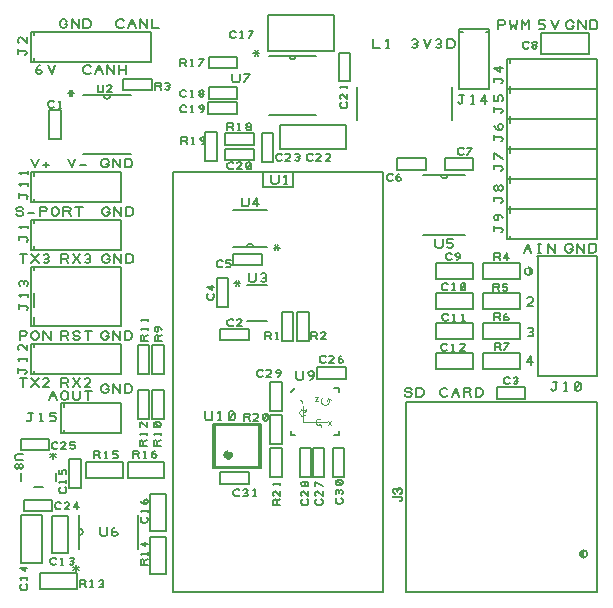
<source format=gto>
%FSLAX25Y25*%
%MOIN*%
G04 EasyPC Gerber Version 17.0 Build 3379 *
%ADD28C,0.00100*%
%ADD72C,0.00128*%
%ADD29C,0.00300*%
%ADD26C,0.00500*%
%ADD24C,0.00591*%
%ADD27C,0.00600*%
%ADD25C,0.00800*%
%ADD73C,0.02400*%
X0Y0D02*
D02*
D24*
X4597Y47888D02*
X2826D01*
X2432Y47691*
X2235Y47297*
Y46510*
X2432Y46116*
X2826Y45919*
X4597*
X3416Y44148D02*
Y43754D01*
X3613Y43360*
X4007Y43163*
X4400Y43360*
X4597Y43754*
Y44148*
X4400Y44541*
X4007Y44738*
X3613Y44541*
X3416Y44148*
X3219Y44541*
X2826Y44738*
X2432Y44541*
X2235Y44148*
Y43754*
X2432Y43360*
X2826Y43163*
X3219Y43360*
X3416Y43754*
X2432Y128104D02*
X2678Y127612D01*
X3170Y127366*
X4154*
X4646Y127612*
X4893Y128104*
X4646Y128596*
X4154Y128843*
X3170*
X2678Y129089*
X2432Y129581*
X2678Y130073*
X3170Y130319*
X4154*
X4646Y130073*
X4893Y129581*
X6369Y128350D02*
X8337D01*
X10306Y127366D02*
Y130319D01*
X12028*
X12520Y130073*
X12767Y129581*
X12520Y129089*
X12028Y128843*
X10306*
X14243Y128350D02*
Y129335D01*
X14489Y129827*
X14735Y130073*
X15227Y130319*
X15719*
X16211Y130073*
X16457Y129827*
X16704Y129335*
Y128350*
X16457Y127858*
X16211Y127612*
X15719Y127366*
X15227*
X14735Y127612*
X14489Y127858*
X14243Y128350*
X18180Y127366D02*
Y130319D01*
X19902*
X20394Y130073*
X20641Y129581*
X20394Y129089*
X19902Y128843*
X18180*
X19902D02*
X20641Y127366D01*
X23347D02*
Y130319D01*
X22117D02*
X24578D01*
X4843Y70280D02*
Y73232D01*
X3613D02*
X6074D01*
X7550Y70280D02*
X10011Y73232D01*
X7550D02*
X10011Y70280D01*
X13456D02*
X11487D01*
X13209Y72002*
X13456Y72494*
X13209Y72986*
X12717Y73232*
X11979*
X11487Y72986*
X3613Y86028D02*
Y88980D01*
X5335*
X5828Y88734*
X6074Y88242*
X5828Y87750*
X5335Y87504*
X3613*
X7550Y87012D02*
Y87996D01*
X7796Y88488*
X8042Y88734*
X8534Y88980*
X9026*
X9519Y88734*
X9765Y88488*
X10011Y87996*
Y87012*
X9765Y86520*
X9519Y86274*
X9026Y86028*
X8534*
X8042Y86274*
X7796Y86520*
X7550Y87012*
X11487Y86028D02*
Y88980D01*
X13948Y86028*
Y88980*
X4843Y111618D02*
Y114571D01*
X3613D02*
X6074D01*
X7550Y111618D02*
X10011Y114571D01*
X7550D02*
X10011Y111618D01*
X11733Y111864D02*
X12225Y111618D01*
X12717*
X13209Y111864*
X13456Y112356*
X13209Y112848*
X12717Y113094*
X12225*
X12717D02*
X13209Y113341D01*
X13456Y113833*
X13209Y114325*
X12717Y114571*
X12225*
X11733Y114325*
X5975Y59354D02*
X6221Y59108D01*
X6713Y58862*
X7206Y59108*
X7452Y59354*
Y61815*
X7944*
X7452D02*
X6467D01*
X10404Y58862D02*
X11389D01*
X10896D02*
Y61815D01*
X10404Y61323*
X13849Y59108D02*
X14341Y58862D01*
X15080*
X15572Y59108*
X15818Y59600*
Y59846*
X15572Y60339*
X15080Y60585*
X13849*
Y61815*
X15818*
X5778Y4581D02*
X5975Y4384D01*
X6172Y3990*
Y3400*
X5975Y3006*
X5778Y2809*
X5385Y2612*
X4597*
X4204Y2809*
X4007Y3006*
X3810Y3400*
Y3990*
X4007Y4384*
X4204Y4581*
X6172Y6156D02*
Y6943D01*
Y6549D02*
X3810D01*
X4204Y6156*
X6172Y9896D02*
X3810D01*
X5385Y8911*
Y10486*
X5532Y74659D02*
X5778Y74906D01*
X6024Y75398*
X5778Y75890*
X5532Y76136*
X3072*
Y76628*
Y76136D02*
Y75152D01*
X6024Y79089D02*
Y80073D01*
Y79581D02*
X3072D01*
X3564Y79089*
X6024Y84502D02*
Y82533D01*
X4302Y84256*
X3810Y84502*
X3318Y84256*
X3072Y83764*
Y83026*
X3318Y82533*
X5532Y180959D02*
X5778Y181205D01*
X6024Y181697*
X5778Y182189*
X5532Y182435*
X3072*
Y182927*
Y182435D02*
Y181451D01*
X6024Y186864D02*
Y184896D01*
X4302Y186618*
X3810Y186864*
X3318Y186618*
X3072Y186126*
Y185388*
X3318Y184896*
X5926Y95919D02*
X6172Y96165D01*
X6418Y96657*
X6172Y97150*
X5926Y97396*
X3465*
Y97888*
Y97396D02*
Y96411D01*
X6418Y100348D02*
Y101333D01*
Y100841D02*
X3465D01*
X3957Y100348*
X6172Y104039D02*
X6418Y104531D01*
Y105024*
X6172Y105516*
X5680Y105762*
X5188Y105516*
X4942Y105024*
Y104531*
Y105024D02*
X4696Y105516D01*
X4204Y105762*
X3711Y105516*
X3465Y105024*
Y104531*
X3711Y104039*
X5926Y118754D02*
X6172Y119000D01*
X6418Y119492*
X6172Y119984*
X5926Y120230*
X3465*
Y120722*
Y120230D02*
Y119246D01*
X6418Y123183D02*
Y124167D01*
Y123675D02*
X3465D01*
X3957Y123183*
X5926Y132927D02*
X6172Y133173D01*
X6418Y133665*
X6172Y134157*
X5926Y134404*
X3465*
Y134896*
Y134404D02*
Y133419D01*
X6418Y137356D02*
Y138341D01*
Y137848D02*
X3465D01*
X3957Y137356*
X6418Y141293D02*
Y142278D01*
Y141785D02*
X3465D01*
X3957Y141293*
X7550Y146461D02*
X8780Y143508D01*
X10011Y146461*
X11487Y144492D02*
X13456D01*
X12471Y143508D02*
Y145476D01*
X9125Y175348D02*
X9371Y175841D01*
X9863Y176087*
X10355*
X10847Y175841*
X11093Y175348*
X10847Y174856*
X10355Y174610*
X9863*
X9371Y174856*
X9125Y175348*
Y176087*
X9371Y176825*
X9863Y177317*
X10355Y177563*
X13062D02*
X14292Y174610D01*
X15522Y177563*
X15030Y163833D02*
X14833Y163636D01*
X14440Y163439*
X13849*
X13456Y163636*
X13259Y163833*
X13062Y164226*
Y165014*
X13259Y165407*
X13456Y165604*
X13849Y165801*
X14440*
X14833Y165604*
X15030Y165407*
X16605Y163439D02*
X17393D01*
X16999D02*
Y165801D01*
X16605Y165407*
X14861Y48435D02*
Y46467D01*
X13876Y47943D02*
X15845Y46959D01*
Y47943D02*
X13876Y46959D01*
X13456Y65949D02*
X14686Y68902D01*
X15916Y65949*
X13948Y67179D02*
X15424D01*
X17393Y66933D02*
Y67917D01*
X17639Y68409*
X17885Y68656*
X18377Y68902*
X18869*
X19361Y68656*
X19607Y68409*
X19853Y67917*
Y66933*
X19607Y66441*
X19361Y66195*
X18869Y65949*
X18377*
X17885Y66195*
X17639Y66441*
X17393Y66933*
X21330Y68902D02*
Y66687D01*
X21576Y66195*
X22068Y65949*
X23052*
X23544Y66195*
X23790Y66687*
Y68902*
X26497Y65949D02*
Y68902D01*
X25267D02*
X27727D01*
X15818Y11470D02*
X15621Y11274D01*
X15227Y11077*
X14637*
X14243Y11274*
X14046Y11470*
X13849Y11864*
Y12652*
X14046Y13045*
X14243Y13242*
X14637Y13439*
X15227*
X15621Y13242*
X15818Y13045*
X17393Y11077D02*
X18180D01*
X17786D02*
Y13439D01*
X17393Y13045*
X20345Y11274D02*
X20739Y11077D01*
X21133*
X21526Y11274*
X21723Y11667*
X21526Y12061*
X21133Y12258*
X20739*
X21133D02*
X21526Y12455D01*
X21723Y12848*
X21526Y13242*
X21133Y13439*
X20739*
X20345Y13242*
X16211Y50053D02*
X16015Y49856D01*
X15621Y49659*
X15030*
X14637Y49856*
X14440Y50053*
X14243Y50447*
Y51234*
X14440Y51628*
X14637Y51825*
X15030Y52022*
X15621*
X16015Y51825*
X16211Y51628*
X18967Y49659D02*
X17393D01*
X18770Y51037*
X18967Y51431*
X18770Y51825*
X18377Y52022*
X17786*
X17393Y51825*
X20542Y49856D02*
X20936Y49659D01*
X21526*
X21920Y49856*
X22117Y50250*
Y50447*
X21920Y50841*
X21526Y51037*
X20542*
Y52022*
X22117*
X17393Y29974D02*
X17196Y29778D01*
X16802Y29581*
X16211*
X15818Y29778*
X15621Y29974*
X15424Y30368*
Y31156*
X15621Y31549*
X15818Y31746*
X16211Y31943*
X16802*
X17196Y31746*
X17393Y31549*
X20148Y29581D02*
X18574D01*
X19952Y30959*
X20148Y31352*
X19952Y31746*
X19558Y31943*
X18967*
X18574Y31746*
X22707Y29581D02*
Y31943D01*
X21723Y30368*
X23298*
X18721Y191195D02*
X19459D01*
Y190949*
X19213Y190457*
X18967Y190211*
X18475Y189965*
X17983*
X17491Y190211*
X17245Y190457*
X16999Y190949*
Y191933*
X17245Y192425*
X17491Y192671*
X17983Y192917*
X18475*
X18967Y192671*
X19213Y192425*
X19459Y191933*
X20936Y189965D02*
Y192917D01*
X23396Y189965*
Y192917*
X24873Y189965D02*
Y192917D01*
X26349*
X26841Y192671*
X27087Y192425*
X27333Y191933*
Y190949*
X27087Y190457*
X26841Y190211*
X26349Y189965*
X24873*
X17393Y70280D02*
Y73232D01*
X19115*
X19607Y72986*
X19853Y72494*
X19607Y72002*
X19115Y71756*
X17393*
X19115D02*
X19853Y70280D01*
X21330D02*
X23790Y73232D01*
X21330D02*
X23790Y70280D01*
X27235D02*
X25267D01*
X26989Y72002*
X27235Y72494*
X26989Y72986*
X26497Y73232*
X25759*
X25267Y72986*
X17393Y86028D02*
Y88980D01*
X19115*
X19607Y88734*
X19853Y88242*
X19607Y87750*
X19115Y87504*
X17393*
X19115D02*
X19853Y86028D01*
X21330Y86766D02*
X21576Y86274D01*
X22068Y86028*
X23052*
X23544Y86274*
X23790Y86766*
X23544Y87258*
X23052Y87504*
X22068*
X21576Y87750*
X21330Y88242*
X21576Y88734*
X22068Y88980*
X23052*
X23544Y88734*
X23790Y88242*
X26497Y86028D02*
Y88980D01*
X25267D02*
X27727D01*
X17393Y111618D02*
Y114571D01*
X19115*
X19607Y114325*
X19853Y113833*
X19607Y113341*
X19115Y113094*
X17393*
X19115D02*
X19853Y111618D01*
X21330D02*
X23790Y114571D01*
X21330D02*
X23790Y111618D01*
X25513Y111864D02*
X26005Y111618D01*
X26497*
X26989Y111864*
X27235Y112356*
X26989Y112848*
X26497Y113094*
X26005*
X26497D02*
X26989Y113341D01*
X27235Y113833*
X26989Y114325*
X26497Y114571*
X26005*
X25513Y114325*
X19747Y168453D02*
X21715D01*
X20239Y167469D02*
X21223Y169437D01*
X20239D02*
X21223Y167469D01*
X18770Y36864D02*
X18967Y36667D01*
X19164Y36274*
Y35683*
X18967Y35289*
X18770Y35093*
X18377Y34896*
X17589*
X17196Y35093*
X16999Y35289*
X16802Y35683*
Y36274*
X16999Y36667*
X17196Y36864*
X19164Y38439D02*
Y39226D01*
Y38833D02*
X16802D01*
X17196Y38439*
X18967Y41195D02*
X19164Y41589D01*
Y42179*
X18967Y42573*
X18574Y42770*
X18377*
X17983Y42573*
X17786Y42179*
Y41195*
X16802*
Y42770*
X19755Y146461D02*
X20985Y143508D01*
X22215Y146461*
X23692Y144492D02*
X25660D01*
X23692Y3596D02*
Y5959D01*
X25070*
X25463Y5762*
X25660Y5368*
X25463Y4974*
X25070Y4778*
X23692*
X25070D02*
X25660Y3596D01*
X27235D02*
X28022D01*
X27629D02*
Y5959D01*
X27235Y5565*
X30188Y3793D02*
X30581Y3596D01*
X30975*
X31369Y3793*
X31566Y4187*
X31369Y4581*
X30975Y4778*
X30581*
X30975D02*
X31369Y4974D01*
X31566Y5368*
X31369Y5762*
X30975Y5959*
X30581*
X30188Y5762*
X22515Y8900D02*
Y10869D01*
X23499Y9393D02*
X21531Y10377D01*
Y9393D02*
X23499Y10377D01*
X27333Y175102D02*
X27087Y174856D01*
X26595Y174610*
X25857*
X25365Y174856*
X25119Y175102*
X24873Y175594*
Y176579*
X25119Y177071*
X25365Y177317*
X25857Y177563*
X26595*
X27087Y177317*
X27333Y177071*
X28810Y174610D02*
X30040Y177563D01*
X31270Y174610*
X29302Y175841D02*
X30778D01*
X32747Y174610D02*
Y177563D01*
X35207Y174610*
Y177563*
X36684Y174610D02*
Y177563D01*
Y176087D02*
X39144D01*
Y174610D02*
Y177563D01*
X28416Y46510D02*
Y48872D01*
X29794*
X30188Y48675*
X30385Y48281*
X30188Y47888*
X29794Y47691*
X28416*
X29794D02*
X30385Y46510D01*
X31959D02*
X32747D01*
X32353D02*
Y48872D01*
X31959Y48478*
X34715Y46707D02*
X35109Y46510D01*
X35700*
X36093Y46707*
X36290Y47100*
Y47297*
X36093Y47691*
X35700Y47888*
X34715*
Y48872*
X36290*
X29597Y170919D02*
Y169148D01*
X29794Y168754*
X30188Y168557*
X30975*
X31369Y168754*
X31566Y169148*
Y170919*
X34322Y168557D02*
X32747D01*
X34125Y169935*
X34322Y170329*
X34125Y170722*
X33731Y170919*
X33141*
X32747Y170722*
X30385Y23626D02*
Y21411D01*
X30631Y20919*
X31123Y20673*
X32107*
X32599Y20919*
X32845Y21411*
Y23626*
X34322Y21411D02*
X34568Y21904D01*
X35060Y22150*
X35552*
X36044Y21904*
X36290Y21411*
X36044Y20919*
X35552Y20673*
X35060*
X34568Y20919*
X34322Y21411*
Y22150*
X34568Y22888*
X35060Y23380*
X35552Y23626*
X32501Y69541D02*
X33239D01*
Y69295*
X32993Y68803*
X32747Y68557*
X32255Y68311*
X31763*
X31270Y68557*
X31024Y68803*
X30778Y69295*
Y70280*
X31024Y70772*
X31270Y71018*
X31763Y71264*
X32255*
X32747Y71018*
X32993Y70772*
X33239Y70280*
X34715Y68311D02*
Y71264D01*
X37176Y68311*
Y71264*
X38652Y68311D02*
Y71264D01*
X40129*
X40621Y71018*
X40867Y70772*
X41113Y70280*
Y69295*
X40867Y68803*
X40621Y68557*
X40129Y68311*
X38652*
X32501Y87258D02*
X33239D01*
Y87012*
X32993Y86520*
X32747Y86274*
X32255Y86028*
X31763*
X31270Y86274*
X31024Y86520*
X30778Y87012*
Y87996*
X31024Y88488*
X31270Y88734*
X31763Y88980*
X32255*
X32747Y88734*
X32993Y88488*
X33239Y87996*
X34715Y86028D02*
Y88980D01*
X37176Y86028*
Y88980*
X38652Y86028D02*
Y88980D01*
X40129*
X40621Y88734*
X40867Y88488*
X41113Y87996*
Y87012*
X40867Y86520*
X40621Y86274*
X40129Y86028*
X38652*
X32501Y144738D02*
X33239D01*
Y144492*
X32993Y144000*
X32747Y143754*
X32255Y143508*
X31763*
X31270Y143754*
X31024Y144000*
X30778Y144492*
Y145476*
X31024Y145969*
X31270Y146215*
X31763Y146461*
X32255*
X32747Y146215*
X32993Y145969*
X33239Y145476*
X34715Y143508D02*
Y146461D01*
X37176Y143508*
Y146461*
X38652Y143508D02*
Y146461D01*
X40129*
X40621Y146215*
X40867Y145969*
X41113Y145476*
Y144492*
X40867Y144000*
X40621Y143754*
X40129Y143508*
X38652*
X32894Y112848D02*
X33633D01*
Y112602*
X33387Y112110*
X33141Y111864*
X32648Y111618*
X32156*
X31664Y111864*
X31418Y112110*
X31172Y112602*
Y113587*
X31418Y114079*
X31664Y114325*
X32156Y114571*
X32648*
X33141Y114325*
X33387Y114079*
X33633Y113587*
X35109Y111618D02*
Y114571D01*
X37570Y111618*
Y114571*
X39046Y111618D02*
Y114571D01*
X40522*
X41015Y114325*
X41261Y114079*
X41507Y113587*
Y112602*
X41261Y112110*
X41015Y111864*
X40522Y111618*
X39046*
X32894Y128596D02*
X33633D01*
Y128350*
X33387Y127858*
X33141Y127612*
X32648Y127366*
X32156*
X31664Y127612*
X31418Y127858*
X31172Y128350*
Y129335*
X31418Y129827*
X31664Y130073*
X32156Y130319*
X32648*
X33141Y130073*
X33387Y129827*
X33633Y129335*
X35109Y127366D02*
Y130319D01*
X37570Y127366*
Y130319*
X39046Y127366D02*
Y130319D01*
X40522*
X41015Y130073*
X41261Y129827*
X41507Y129335*
Y128350*
X41261Y127858*
X41015Y127612*
X40522Y127366*
X39046*
X38357Y190457D02*
X38111Y190211D01*
X37619Y189965*
X36881*
X36389Y190211*
X36143Y190457*
X35896Y190949*
Y191933*
X36143Y192425*
X36389Y192671*
X36881Y192917*
X37619*
X38111Y192671*
X38357Y192425*
X39833Y189965D02*
X41064Y192917D01*
X42294Y189965*
X40326Y191195D02*
X41802D01*
X43770Y189965D02*
Y192917D01*
X46231Y189965*
Y192917*
X47707D02*
Y189965D01*
X50168*
X41408Y46707D02*
Y49069D01*
X42786*
X43180Y48872*
X43377Y48478*
X43180Y48085*
X42786Y47888*
X41408*
X42786D02*
X43377Y46707D01*
X44952D02*
X45739D01*
X45345D02*
Y49069D01*
X44952Y48675*
X47707Y47297D02*
X47904Y47691D01*
X48298Y47888*
X48692*
X49085Y47691*
X49282Y47297*
X49085Y46904*
X48692Y46707*
X48298*
X47904Y46904*
X47707Y47297*
Y47888*
X47904Y48478*
X48298Y48872*
X48692Y49069*
X45936Y50644D02*
X43574D01*
Y52022*
X43770Y52415*
X44164Y52612*
X44558Y52415*
X44755Y52022*
Y50644*
Y52022D02*
X45936Y52612D01*
Y54187D02*
Y54974D01*
Y54581D02*
X43574D01*
X43967Y54187*
X45936Y58518D02*
Y56943D01*
X44558Y58321*
X44164Y58518*
X43770Y58321*
X43574Y57927*
Y57337*
X43770Y56943*
X46330Y10880D02*
X43967D01*
Y12258*
X44164Y12652*
X44558Y12848*
X44952Y12652*
X45148Y12258*
Y10880*
Y12258D02*
X46330Y12848D01*
Y14423D02*
Y15211D01*
Y14817D02*
X43967D01*
X44361Y14423*
X46330Y18163D02*
X43967D01*
X45542Y17179*
Y18754*
X45936Y27022D02*
X46133Y26825D01*
X46330Y26431*
Y25841*
X46133Y25447*
X45936Y25250*
X45542Y25053*
X44755*
X44361Y25250*
X44164Y25447*
X43967Y25841*
Y26431*
X44164Y26825*
X44361Y27022*
X46330Y28596D02*
Y29384D01*
Y28990D02*
X43967D01*
X44361Y28596*
X45739Y31352D02*
X45345Y31549D01*
X45148Y31943*
Y32337*
X45345Y32730*
X45739Y32927*
X46133Y32730*
X46330Y32337*
Y31943*
X46133Y31549*
X45739Y31352*
X45148*
X44558Y31549*
X44164Y31943*
X43967Y32337*
X46330Y85683D02*
X43967D01*
Y87061*
X44164Y87455*
X44558Y87652*
X44952Y87455*
X45148Y87061*
Y85683*
Y87061D02*
X46330Y87652D01*
Y89226D02*
Y90014D01*
Y89620D02*
X43967D01*
X44361Y89226*
X46330Y92376D02*
Y93163D01*
Y92770D02*
X43967D01*
X44361Y92376*
X48889Y169344D02*
Y171707D01*
X50267*
X50660Y171510*
X50857Y171116*
X50660Y170722*
X50267Y170526*
X48889*
X50267D02*
X50857Y169344D01*
X52235Y169541D02*
X52629Y169344D01*
X53022*
X53416Y169541*
X53613Y169935*
X53416Y170329*
X53022Y170526*
X52629*
X53022D02*
X53416Y170722D01*
X53613Y171116*
X53416Y171510*
X53022Y171707*
X52629*
X52235Y171510*
X50660Y50644D02*
X48298D01*
Y52022*
X48495Y52415*
X48889Y52612*
X49282Y52415*
X49479Y52022*
Y50644*
Y52022D02*
X50660Y52612D01*
Y54187D02*
Y54974D01*
Y54581D02*
X48298D01*
X48692Y54187*
X50463Y57140D02*
X50660Y57533D01*
Y57927*
X50463Y58321*
X50070Y58518*
X48889*
X48495Y58321*
X48298Y57927*
Y57533*
X48495Y57140*
X48889Y56943*
X50070*
X50463Y57140*
X48495Y58321*
X51054Y85683D02*
X48692D01*
Y87061*
X48889Y87455*
X49282Y87652*
X49676Y87455*
X49873Y87061*
Y85683*
Y87061D02*
X51054Y87652D01*
Y89423D02*
X50857Y89817D01*
X50463Y90211*
X49873Y90407*
X49282*
X48889Y90211*
X48692Y89817*
Y89423*
X48889Y89030*
X49282Y88833*
X49676Y89030*
X49873Y89423*
Y89817*
X49676Y90211*
X49282Y90407*
X59125Y162258D02*
X58928Y162061D01*
X58534Y161864*
X57944*
X57550Y162061*
X57353Y162258*
X57156Y162652*
Y163439*
X57353Y163833*
X57550Y164030*
X57944Y164226*
X58534*
X58928Y164030*
X59125Y163833*
X60700Y161864D02*
X61487D01*
X61093D02*
Y164226D01*
X60700Y163833*
X64046Y161864D02*
X64440Y162061D01*
X64833Y162455*
X65030Y163045*
Y163636*
X64833Y164030*
X64440Y164226*
X64046*
X63652Y164030*
X63456Y163636*
X63652Y163242*
X64046Y163045*
X64440*
X64833Y163242*
X65030Y163636*
X59125Y167376D02*
X58928Y167179D01*
X58534Y166982*
X57944*
X57550Y167179*
X57353Y167376*
X57156Y167770*
Y168557*
X57353Y168951*
X57550Y169148*
X57944Y169344*
X58534*
X58928Y169148*
X59125Y168951*
X60700Y166982D02*
X61487D01*
X61093D02*
Y169344D01*
X60700Y168951*
X64046Y168163D02*
X64440D01*
X64833Y168360*
X65030Y168754*
X64833Y169148*
X64440Y169344*
X64046*
X63652Y169148*
X63456Y168754*
X63652Y168360*
X64046Y168163*
X63652Y167967*
X63456Y167573*
X63652Y167179*
X64046Y166982*
X64440*
X64833Y167179*
X65030Y167573*
X64833Y167967*
X64440Y168163*
X57156Y177219D02*
Y179581D01*
X58534*
X58928Y179384*
X59125Y178990*
X58928Y178596*
X58534Y178400*
X57156*
X58534D02*
X59125Y177219D01*
X60700D02*
X61487D01*
X61093D02*
Y179581D01*
X60700Y179187*
X63456Y177219D02*
X65030Y179581D01*
X63456*
X57550Y151234D02*
Y153596D01*
X58928*
X59322Y153400*
X59519Y153006*
X59322Y152612*
X58928Y152415*
X57550*
X58928D02*
X59519Y151234D01*
X61093D02*
X61881D01*
X61487D02*
Y153596D01*
X61093Y153203*
X64440Y151234D02*
X64833Y151431D01*
X65227Y151825*
X65424Y152415*
Y153006*
X65227Y153400*
X64833Y153596*
X64440*
X64046Y153400*
X63849Y153006*
X64046Y152612*
X64440Y152415*
X64833*
X65227Y152612*
X65424Y153006*
Y62209D02*
Y59994D01*
X65670Y59502*
X66162Y59256*
X67146*
X67639Y59502*
X67885Y59994*
Y62209*
X69853Y59256D02*
X70837D01*
X70345D02*
Y62209D01*
X69853Y61717*
X73544Y59502D02*
X74036Y59256D01*
X74528*
X75020Y59502*
X75267Y59994*
Y61470*
X75020Y61963*
X74528Y62209*
X74036*
X73544Y61963*
X73298Y61470*
Y59994*
X73544Y59502*
X75020Y61963*
X67983Y101431D02*
X68180Y101234D01*
X68377Y100841*
Y100250*
X68180Y99856*
X67983Y99659*
X67589Y99463*
X66802*
X66408Y99659*
X66211Y99856*
X66015Y100250*
Y100841*
X66211Y101234*
X66408Y101431*
X68377Y103596D02*
X66015D01*
X67589Y102612*
Y104187*
X71330Y110683D02*
X71133Y110486D01*
X70739Y110289*
X70148*
X69755Y110486*
X69558Y110683*
X69361Y111077*
Y111864*
X69558Y112258*
X69755Y112455*
X70148Y112652*
X70739*
X71133Y112455*
X71330Y112258*
X72511Y110486D02*
X72904Y110289D01*
X73495*
X73889Y110486*
X74085Y110880*
Y111077*
X73889Y111470*
X73495Y111667*
X72511*
Y112652*
X74085*
X74873Y90998D02*
X74676Y90801D01*
X74282Y90604*
X73692*
X73298Y90801*
X73101Y90998*
X72904Y91392*
Y92179*
X73101Y92573*
X73298Y92770*
X73692Y92967*
X74282*
X74676Y92770*
X74873Y92573*
X77629Y90604D02*
X76054D01*
X77432Y91982*
X77629Y92376*
X77432Y92770*
X77038Y92967*
X76448*
X76054Y92770*
X74873Y143360D02*
X74676Y143163D01*
X74282Y142967*
X73692*
X73298Y143163*
X73101Y143360*
X72904Y143754*
Y144541*
X73101Y144935*
X73298Y145132*
X73692Y145329*
X74282*
X74676Y145132*
X74873Y144935*
X77629Y142967D02*
X76054D01*
X77432Y144344*
X77629Y144738*
X77432Y145132*
X77038Y145329*
X76448*
X76054Y145132*
X79400Y143163D02*
X79794Y142967D01*
X80188*
X80581Y143163*
X80778Y143557*
Y144738*
X80581Y145132*
X80188Y145329*
X79794*
X79400Y145132*
X79204Y144738*
Y143557*
X79400Y143163*
X80581Y145132*
X72904Y155959D02*
Y158321D01*
X74282*
X74676Y158124*
X74873Y157730*
X74676Y157337*
X74282Y157140*
X72904*
X74282D02*
X74873Y155959D01*
X76448D02*
X77235D01*
X76841D02*
Y158321D01*
X76448Y157927*
X79794Y157140D02*
X80188D01*
X80581Y157337*
X80778Y157730*
X80581Y158124*
X80188Y158321*
X79794*
X79400Y158124*
X79204Y157730*
X79400Y157337*
X79794Y157140*
X79400Y156943*
X79204Y156549*
X79400Y156156*
X79794Y155959*
X80188*
X80581Y156156*
X80778Y156549*
X80581Y156943*
X80188Y157140*
X75660Y187061D02*
X75463Y186864D01*
X75070Y186667*
X74479*
X74085Y186864*
X73889Y187061*
X73692Y187455*
Y188242*
X73889Y188636*
X74085Y188833*
X74479Y189030*
X75070*
X75463Y188833*
X75660Y188636*
X77235Y186667D02*
X78022D01*
X77629D02*
Y189030D01*
X77235Y188636*
X79991Y186667D02*
X81566Y189030D01*
X79991*
X74479Y174807D02*
Y172593D01*
X74725Y172100*
X75217Y171854*
X76202*
X76694Y172100*
X76940Y172593*
Y174807*
X78416Y171854D02*
X80385Y174807D01*
X78416*
X76841Y34305D02*
X76644Y34108D01*
X76251Y33911*
X75660*
X75267Y34108*
X75070Y34305*
X74873Y34699*
Y35486*
X75070Y35880*
X75267Y36077*
X75660Y36274*
X76251*
X76644Y36077*
X76841Y35880*
X78219Y34108D02*
X78613Y33911D01*
X79007*
X79400Y34108*
X79597Y34502*
X79400Y34896*
X79007Y35093*
X78613*
X79007D02*
X79400Y35289D01*
X79597Y35683*
X79400Y36077*
X79007Y36274*
X78613*
X78219Y36077*
X81566Y33911D02*
X82353D01*
X81959D02*
Y36274D01*
X81566Y35880*
X75147Y104843D02*
X77115D01*
X75639Y103858D02*
X76623Y105827D01*
X75639D02*
X76623Y103858D01*
X77629Y133469D02*
Y131254D01*
X77875Y130762*
X78367Y130516*
X79351*
X79843Y130762*
X80089Y131254*
Y133469*
X82796Y130516D02*
Y133469D01*
X81566Y131500*
X83534*
X78416Y59108D02*
Y61470D01*
X79794*
X80188Y61274*
X80385Y60880*
X80188Y60486*
X79794Y60289*
X78416*
X79794D02*
X80385Y59108D01*
X83141D02*
X81566D01*
X82944Y60486*
X83141Y60880*
X82944Y61274*
X82550Y61470*
X81959*
X81566Y61274*
X84912Y59305D02*
X85306Y59108D01*
X85700*
X86093Y59305*
X86290Y59699*
Y60880*
X86093Y61274*
X85700Y61470*
X85306*
X84912Y61274*
X84715Y60880*
Y59699*
X84912Y59305*
X86093Y61274*
X79991Y108272D02*
Y106057D01*
X80237Y105565*
X80729Y105319*
X81713*
X82206Y105565*
X82452Y106057*
Y108272*
X84174Y105565D02*
X84666Y105319D01*
X85158*
X85650Y105565*
X85896Y106057*
X85650Y106549*
X85158Y106795*
X84666*
X85158D02*
X85650Y107041D01*
X85896Y107533*
X85650Y108026*
X85158Y108272*
X84666*
X84174Y108026*
X81565Y181602D02*
X83533D01*
X82057Y180618D02*
X83041Y182587D01*
X82057D02*
X83041Y180618D01*
X84715Y74069D02*
X84519Y73872D01*
X84125Y73675*
X83534*
X83141Y73872*
X82944Y74069*
X82747Y74463*
Y75250*
X82944Y75644*
X83141Y75841*
X83534Y76037*
X84125*
X84519Y75841*
X84715Y75644*
X87471Y73675D02*
X85896D01*
X87274Y75053*
X87471Y75447*
X87274Y75841*
X86881Y76037*
X86290*
X85896Y75841*
X89637Y73675D02*
X90030Y73872D01*
X90424Y74266*
X90621Y74856*
Y75447*
X90424Y75841*
X90030Y76037*
X89637*
X89243Y75841*
X89046Y75447*
X89243Y75053*
X89637Y74856*
X90030*
X90424Y75053*
X90621Y75447*
X85503Y86274D02*
Y88636D01*
X86881*
X87274Y88439*
X87471Y88045*
X87274Y87652*
X86881Y87455*
X85503*
X86881D02*
X87471Y86274D01*
X89046D02*
X89833D01*
X89440D02*
Y88636D01*
X89046Y88242*
X87471Y140949D02*
Y138734D01*
X87717Y138242*
X88209Y137996*
X89194*
X89686Y138242*
X89932Y138734*
Y140949*
X91900Y137996D02*
X92885D01*
X92393D02*
Y140949D01*
X91900Y140457*
X91015Y146116D02*
X90818Y145919D01*
X90424Y145722*
X89833*
X89440Y145919*
X89243Y146116*
X89046Y146510*
Y147297*
X89243Y147691*
X89440Y147888*
X89833Y148085*
X90424*
X90818Y147888*
X91015Y147691*
X93770Y145722D02*
X92196D01*
X93574Y147100*
X93770Y147494*
X93574Y147888*
X93180Y148085*
X92589*
X92196Y147888*
X95542Y145919D02*
X95936Y145722D01*
X96330*
X96723Y145919*
X96920Y146313*
X96723Y146707*
X96330Y146904*
X95936*
X96330D02*
X96723Y147100D01*
X96920Y147494*
X96723Y147888*
X96330Y148085*
X95936*
X95542Y147888*
X90360Y116824D02*
X88391D01*
X89868Y117808D02*
X88883Y115839D01*
X89868D02*
X88883Y117808D01*
X90424Y30959D02*
X88062D01*
Y32337*
X88259Y32730*
X88652Y32927*
X89046Y32730*
X89243Y32337*
Y30959*
Y32337D02*
X90424Y32927D01*
Y35683D02*
Y34108D01*
X89046Y35486*
X88652Y35683*
X88259Y35486*
X88062Y35093*
Y34502*
X88259Y34108*
X90424Y37652D02*
Y38439D01*
Y38045D02*
X88062D01*
X88456Y37652*
X95739Y75594D02*
Y73380D01*
X95985Y72888*
X96477Y72642*
X97461*
X97954Y72888*
X98200Y73380*
Y75594*
X100414Y72642D02*
X100906Y72888D01*
X101398Y73380*
X101644Y74118*
Y74856*
X101398Y75348*
X100906Y75594*
X100414*
X99922Y75348*
X99676Y74856*
X99922Y74364*
X100414Y74118*
X100906*
X101398Y74364*
X101644Y74856*
X101251Y146116D02*
X101054Y145919D01*
X100660Y145722*
X100070*
X99676Y145919*
X99479Y146116*
X99282Y146510*
Y147297*
X99479Y147691*
X99676Y147888*
X100070Y148085*
X100660*
X101054Y147888*
X101251Y147691*
X104007Y145722D02*
X102432D01*
X103810Y147100*
X104007Y147494*
X103810Y147888*
X103416Y148085*
X102826*
X102432Y147888*
X107156Y145722D02*
X105581D01*
X106959Y147100*
X107156Y147494*
X106959Y147888*
X106566Y148085*
X105975*
X105581Y147888*
X99479Y32927D02*
X99676Y32730D01*
X99873Y32337*
Y31746*
X99676Y31352*
X99479Y31156*
X99085Y30959*
X98298*
X97904Y31156*
X97707Y31352*
X97511Y31746*
Y32337*
X97707Y32730*
X97904Y32927*
X99873Y35683D02*
Y34108D01*
X98495Y35486*
X98101Y35683*
X97707Y35486*
X97511Y35093*
Y34502*
X97707Y34108*
X98692Y37848D02*
Y38242D01*
X98495Y38636*
X98101Y38833*
X97707Y38636*
X97511Y38242*
Y37848*
X97707Y37455*
X98101Y37258*
X98495Y37455*
X98692Y37848*
X98889Y37455*
X99282Y37258*
X99676Y37455*
X99873Y37848*
Y38242*
X99676Y38636*
X99282Y38833*
X98889Y38636*
X98692Y38242*
X100857Y86274D02*
Y88636D01*
X102235*
X102629Y88439*
X102826Y88045*
X102629Y87652*
X102235Y87455*
X100857*
X102235D02*
X102826Y86274D01*
X105581D02*
X104007D01*
X105385Y87652*
X105581Y88045*
X105385Y88439*
X104991Y88636*
X104400*
X104007Y88439*
X105581Y78793D02*
X105385Y78596D01*
X104991Y78400*
X104400*
X104007Y78596*
X103810Y78793*
X103613Y79187*
Y79974*
X103810Y80368*
X104007Y80565*
X104400Y80762*
X104991*
X105385Y80565*
X105581Y80368*
X108337Y78400D02*
X106763D01*
X108141Y79778*
X108337Y80171*
X108141Y80565*
X107747Y80762*
X107156*
X106763Y80565*
X109912Y78990D02*
X110109Y79384D01*
X110503Y79581*
X110896*
X111290Y79384*
X111487Y78990*
X111290Y78596*
X110896Y78400*
X110503*
X110109Y78596*
X109912Y78990*
Y79581*
X110109Y80171*
X110503Y80565*
X110896Y80762*
X104204Y32927D02*
X104400Y32730D01*
X104597Y32337*
Y31746*
X104400Y31352*
X104204Y31156*
X103810Y30959*
X103022*
X102629Y31156*
X102432Y31352*
X102235Y31746*
Y32337*
X102432Y32730*
X102629Y32927*
X104597Y35683D02*
Y34108D01*
X103219Y35486*
X102826Y35683*
X102432Y35486*
X102235Y35093*
Y34502*
X102432Y34108*
X104597Y37258D02*
X102235Y38833D01*
Y37258*
X110896Y33321D02*
X111093Y33124D01*
X111290Y32730*
Y32140*
X111093Y31746*
X110896Y31549*
X110503Y31352*
X109715*
X109322Y31549*
X109125Y31746*
X108928Y32140*
Y32730*
X109125Y33124*
X109322Y33321*
X111093Y34699D02*
X111290Y35093D01*
Y35486*
X111093Y35880*
X110700Y36077*
X110306Y35880*
X110109Y35486*
Y35093*
Y35486D02*
X109912Y35880D01*
X109519Y36077*
X109125Y35880*
X108928Y35486*
Y35093*
X109125Y34699*
X111093Y37848D02*
X111290Y38242D01*
Y38636*
X111093Y39030*
X110700Y39226*
X109519*
X109125Y39030*
X108928Y38636*
Y38242*
X109125Y37848*
X109519Y37652*
X110700*
X111093Y37848*
X109125Y39030*
X112471Y165211D02*
X112668Y165014D01*
X112865Y164620*
Y164030*
X112668Y163636*
X112471Y163439*
X112078Y163242*
X111290*
X110896Y163439*
X110700Y163636*
X110503Y164030*
Y164620*
X110700Y165014*
X110896Y165211*
X112865Y167967D02*
Y166392D01*
X111487Y167770*
X111093Y167967*
X110700Y167770*
X110503Y167376*
Y166785*
X110700Y166392*
X112865Y169935D02*
Y170722D01*
Y170329D02*
X110503D01*
X110896Y169935*
X121330Y186224D02*
Y183272D01*
X123790*
X125759D02*
X126743D01*
X126251D02*
Y186224D01*
X125759Y185732*
X128022Y139423D02*
X127826Y139226D01*
X127432Y139030*
X126841*
X126448Y139226*
X126251Y139423*
X126054Y139817*
Y140604*
X126251Y140998*
X126448Y141195*
X126841Y141392*
X127432*
X127826Y141195*
X128022Y140998*
X129204Y139620D02*
X129400Y140014D01*
X129794Y140211*
X130188*
X130581Y140014*
X130778Y139620*
X130581Y139226*
X130188Y139030*
X129794*
X129400Y139226*
X129204Y139620*
Y140211*
X129400Y140801*
X129794Y141195*
X130188Y141392*
X131959Y67868D02*
X132206Y67376D01*
X132698Y67130*
X133682*
X134174Y67376*
X134420Y67868*
X134174Y68360*
X133682Y68606*
X132698*
X132206Y68852*
X131959Y69344*
X132206Y69837*
X132698Y70083*
X133682*
X134174Y69837*
X134420Y69344*
X135896Y67130D02*
Y70083D01*
X137373*
X137865Y69837*
X138111Y69591*
X138357Y69098*
Y68114*
X138111Y67622*
X137865Y67376*
X137373Y67130*
X135896*
X146231Y67622D02*
X145985Y67376D01*
X145493Y67130*
X144755*
X144263Y67376*
X144017Y67622*
X143770Y68114*
Y69098*
X144017Y69591*
X144263Y69837*
X144755Y70083*
X145493*
X145985Y69837*
X146231Y69591*
X147707Y67130D02*
X148938Y70083D01*
X150168Y67130*
X148200Y68360D02*
X149676D01*
X151644Y67130D02*
Y70083D01*
X153367*
X153859Y69837*
X154105Y69344*
X153859Y68852*
X153367Y68606*
X151644*
X153367D02*
X154105Y67130D01*
X155581D02*
Y70083D01*
X157058*
X157550Y69837*
X157796Y69591*
X158042Y69098*
Y68114*
X157796Y67622*
X157550Y67376*
X157058Y67130*
X155581*
X134568Y183518D02*
X135060Y183272D01*
X135552*
X136044Y183518*
X136290Y184010*
X136044Y184502*
X135552Y184748*
X135060*
X135552D02*
X136044Y184994D01*
X136290Y185486*
X136044Y185978*
X135552Y186224*
X135060*
X134568Y185978*
X138259Y186224D02*
X139489Y183272D01*
X140719Y186224*
X142442Y183518D02*
X142934Y183272D01*
X143426*
X143918Y183518*
X144164Y184010*
X143918Y184502*
X143426Y184748*
X142934*
X143426D02*
X143918Y184994D01*
X144164Y185486*
X143918Y185978*
X143426Y186224*
X142934*
X142442Y185978*
X146133Y183272D02*
Y186224D01*
X147609*
X148101Y185978*
X148347Y185732*
X148593Y185240*
Y184256*
X148347Y183764*
X148101Y183518*
X147609Y183272*
X146133*
X142196Y119689D02*
Y117474D01*
X142442Y116982*
X142934Y116736*
X143918*
X144410Y116982*
X144656Y117474*
Y119689*
X146133Y116982D02*
X146625Y116736D01*
X147363*
X147855Y116982*
X148101Y117474*
Y117720*
X147855Y118213*
X147363Y118459*
X146133*
Y119689*
X148101*
X146054Y82818D02*
X145857Y82621D01*
X145463Y82424*
X144873*
X144479Y82621*
X144282Y82818*
X144085Y83212*
Y83999*
X144282Y84393*
X144479Y84590*
X144873Y84787*
X145463*
X145857Y84590*
X146054Y84393*
X147629Y82424D02*
X148416D01*
X148022D02*
Y84787D01*
X147629Y84393*
X151959Y82424D02*
X150385D01*
X151763Y83802*
X151959Y84196*
X151763Y84590*
X151369Y84787*
X150778*
X150385Y84590*
X146330Y102967D02*
X146133Y102770D01*
X145739Y102573*
X145148*
X144755Y102770*
X144558Y102967*
X144361Y103360*
Y104148*
X144558Y104541*
X144755Y104738*
X145148Y104935*
X145739*
X146133Y104738*
X146330Y104541*
X147904Y102573D02*
X148692D01*
X148298D02*
Y104935D01*
X147904Y104541*
X150857Y102770D02*
X151251Y102573D01*
X151644*
X152038Y102770*
X152235Y103163*
Y104344*
X152038Y104738*
X151644Y104935*
X151251*
X150857Y104738*
X150660Y104344*
Y103163*
X150857Y102770*
X152038Y104738*
X146448Y92857D02*
X146251Y92661D01*
X145857Y92464*
X145267*
X144873Y92661*
X144676Y92857*
X144479Y93251*
Y94039*
X144676Y94432*
X144873Y94629*
X145267Y94826*
X145857*
X146251Y94629*
X146448Y94432*
X148022Y92464D02*
X148810D01*
X148416D02*
Y94826D01*
X148022Y94432*
X151172Y92464D02*
X151959D01*
X151566D02*
Y94826D01*
X151172Y94432*
X147707Y113045D02*
X147511Y112848D01*
X147117Y112652*
X146526*
X146133Y112848*
X145936Y113045*
X145739Y113439*
Y114226*
X145936Y114620*
X146133Y114817*
X146526Y115014*
X147117*
X147511Y114817*
X147707Y114620*
X149479Y112652D02*
X149873Y112848D01*
X150267Y113242*
X150463Y113833*
Y114423*
X150267Y114817*
X149873Y115014*
X149479*
X149085Y114817*
X148889Y114423*
X149085Y114030*
X149479Y113833*
X149873*
X150267Y114030*
X150463Y114423*
X151644Y148085D02*
X151448Y147888D01*
X151054Y147691*
X150463*
X150070Y147888*
X149873Y148085*
X149676Y148478*
Y149266*
X149873Y149659*
X150070Y149856*
X150463Y150053*
X151054*
X151448Y149856*
X151644Y149659*
X152826Y147691D02*
X154400Y150053D01*
X152826*
X149676Y165260D02*
X149922Y165014D01*
X150414Y164768*
X150906Y165014*
X151152Y165260*
Y167720*
X151644*
X151152D02*
X150168D01*
X154105Y164768D02*
X155089D01*
X154597D02*
Y167720D01*
X154105Y167228*
X158780Y164768D02*
Y167720D01*
X157550Y165752*
X159519*
X161487Y102415D02*
Y104778D01*
X162865*
X163259Y104581*
X163456Y104187*
X163259Y103793*
X162865Y103596*
X161487*
X162865D02*
X163456Y102415D01*
X164637Y102612D02*
X165030Y102415D01*
X165621*
X166015Y102612*
X166211Y103006*
Y103203*
X166015Y103596*
X165621Y103793*
X164637*
Y104778*
X166211*
X161881Y92573D02*
Y94935D01*
X163259*
X163652Y94738*
X163849Y94344*
X163652Y93951*
X163259Y93754*
X161881*
X163259D02*
X163849Y92573D01*
X165030Y93163D02*
X165227Y93557D01*
X165621Y93754*
X166015*
X166408Y93557*
X166605Y93163*
X166408Y92770*
X166015Y92573*
X165621*
X165227Y92770*
X165030Y93163*
Y93754*
X165227Y94344*
X165621Y94738*
X166015Y94935*
X161881Y112652D02*
Y115014D01*
X163259*
X163652Y114817*
X163849Y114423*
X163652Y114030*
X163259Y113833*
X161881*
X163259D02*
X163849Y112652D01*
X166015D02*
Y115014D01*
X165030Y113439*
X166605*
X161999Y82543D02*
Y84905D01*
X163377*
X163770Y84708*
X163967Y84314*
X163770Y83920*
X163377Y83724*
X161999*
X163377D02*
X163967Y82543D01*
X165148D02*
X166723Y84905D01*
X165148*
X163062Y189571D02*
Y192524D01*
X164784*
X165276Y192278*
X165522Y191785*
X165276Y191293*
X164784Y191047*
X163062*
X166999Y192524D02*
X167245Y189571D01*
X168229Y191047*
X169213Y189571*
X169459Y192524*
X170936Y189571D02*
Y192524D01*
X172166Y191047*
X173396Y192524*
Y189571*
X166999Y71707D02*
X166802Y71510D01*
X166408Y71313*
X165818*
X165424Y71510*
X165227Y71707*
X165030Y72100*
Y72888*
X165227Y73281*
X165424Y73478*
X165818Y73675*
X166408*
X166802Y73478*
X166999Y73281*
X168377Y71510D02*
X168770Y71313D01*
X169164*
X169558Y71510*
X169755Y71904*
X169558Y72297*
X169164Y72494*
X168770*
X169164D02*
X169558Y72691D01*
X169755Y73085*
X169558Y73478*
X169164Y73675*
X168770*
X168377Y73478*
X164194Y121904D02*
X164440Y122150D01*
X164686Y122642*
X164440Y123134*
X164194Y123380*
X161733*
Y123872*
Y123380D02*
Y122396D01*
X164686Y126579D02*
X164440Y127071D01*
X163948Y127563*
X163209Y127809*
X162471*
X161979Y127563*
X161733Y127071*
Y126579*
X161979Y126087*
X162471Y125841*
X162963Y126087*
X163209Y126579*
Y127071*
X162963Y127563*
X162471Y127809*
X164194Y131746D02*
X164440Y131992D01*
X164686Y132484*
X164440Y132976*
X164194Y133222*
X161733*
Y133715*
Y133222D02*
Y132238D01*
X163209Y136421D02*
Y136913D01*
X162963Y137406*
X162471Y137652*
X161979Y137406*
X161733Y136913*
Y136421*
X161979Y135929*
X162471Y135683*
X162963Y135929*
X163209Y136421*
X163456Y135929*
X163948Y135683*
X164440Y135929*
X164686Y136421*
Y136913*
X164440Y137406*
X163948Y137652*
X163456Y137406*
X163209Y136913*
X164194Y142376D02*
X164440Y142622D01*
X164686Y143114*
X164440Y143606*
X164194Y143852*
X161733*
Y144344*
Y143852D02*
Y142868D01*
X164686Y146313D02*
X161733Y148281D01*
Y146313*
X164194Y152219D02*
X164440Y152465D01*
X164686Y152957*
X164440Y153449*
X164194Y153695*
X161733*
Y154187*
Y153695D02*
Y152711D01*
X163948Y156156D02*
X163456Y156402D01*
X163209Y156894*
Y157386*
X163456Y157878*
X163948Y158124*
X164440Y157878*
X164686Y157386*
Y156894*
X164440Y156402*
X163948Y156156*
X163209*
X162471Y156402*
X161979Y156894*
X161733Y157386*
X164194Y161667D02*
X164440Y161913D01*
X164686Y162406*
X164440Y162898*
X164194Y163144*
X161733*
Y163636*
Y163144D02*
Y162159D01*
X164440Y165604D02*
X164686Y166096D01*
Y166835*
X164440Y167327*
X163948Y167573*
X163702*
X163209Y167327*
X162963Y166835*
Y165604*
X161733*
Y167573*
X164194Y171510D02*
X164440Y171756D01*
X164686Y172248*
X164440Y172740*
X164194Y172986*
X161733*
Y173478*
Y172986D02*
Y172002D01*
X164686Y176677D02*
X161733D01*
X163702Y175447*
Y177415*
X173298Y183518D02*
X173101Y183321D01*
X172707Y183124*
X172117*
X171723Y183321*
X171526Y183518*
X171330Y183911*
Y184699*
X171526Y185093*
X171723Y185289*
X172117Y185486*
X172707*
X173101Y185289*
X173298Y185093*
X175070Y184305D02*
X175463D01*
X175857Y184502*
X176054Y184896*
X175857Y185289*
X175463Y185486*
X175070*
X174676Y185289*
X174479Y184896*
X174676Y184502*
X175070Y184305*
X174676Y184108*
X174479Y183715*
X174676Y183321*
X175070Y183124*
X175463*
X175857Y183321*
X176054Y183715*
X175857Y184108*
X175463Y184305*
X171723Y115161D02*
X172954Y118114D01*
X174184Y115161*
X172215Y116392D02*
X173692D01*
X176398Y115161D02*
X177383D01*
X176891D02*
Y118114D01*
X176398D02*
X177383D01*
X179597Y115161D02*
Y118114D01*
X182058Y115161*
Y118114*
X174135Y77760D02*
Y80713D01*
X172904Y78744*
X174873*
X173150Y87455D02*
X173643Y87209D01*
X174135*
X174627Y87455*
X174873Y87947*
X174627Y88439*
X174135Y88685*
X173643*
X174135D02*
X174627Y88931D01*
X174873Y89423*
X174627Y89915*
X174135Y90161*
X173643*
X173150Y89915*
X174873Y97445D02*
X172904D01*
X174627Y99167*
X174873Y99659*
X174627Y100152*
X174135Y100398*
X173396*
X172904Y100152*
X176841Y189817D02*
X177333Y189571D01*
X178072*
X178564Y189817*
X178810Y190309*
Y190555*
X178564Y191047*
X178072Y191293*
X176841*
Y192524*
X178810*
X180778D02*
X182009Y189571D01*
X183239Y192524*
X180778Y69591D02*
X181024Y69344D01*
X181517Y69098*
X182009Y69344*
X182255Y69591*
Y72051*
X182747*
X182255D02*
X181270D01*
X185207Y69098D02*
X186192D01*
X185700D02*
Y72051D01*
X185207Y71559*
X188898Y69344D02*
X189391Y69098D01*
X189883*
X190375Y69344*
X190621Y69837*
Y71313*
X190375Y71805*
X189883Y72051*
X189391*
X188898Y71805*
X188652Y71313*
Y69837*
X188898Y69344*
X190375Y71805*
X187225Y116392D02*
X187963D01*
Y116146*
X187717Y115654*
X187471Y115407*
X186979Y115161*
X186487*
X185995Y115407*
X185749Y115654*
X185503Y116146*
Y117130*
X185749Y117622*
X185995Y117868*
X186487Y118114*
X186979*
X187471Y117868*
X187717Y117622*
X187963Y117130*
X189440Y115161D02*
Y118114D01*
X191900Y115161*
Y118114*
X193377Y115161D02*
Y118114D01*
X194853*
X195345Y117868*
X195591Y117622*
X195837Y117130*
Y116146*
X195591Y115654*
X195345Y115407*
X194853Y115161*
X193377*
X187619Y190801D02*
X188357D01*
Y190555*
X188111Y190063*
X187865Y189817*
X187373Y189571*
X186881*
X186389Y189817*
X186143Y190063*
X185896Y190555*
Y191539*
X186143Y192031*
X186389Y192278*
X186881Y192524*
X187373*
X187865Y192278*
X188111Y192031*
X188357Y191539*
X189833Y189571D02*
Y192524D01*
X192294Y189571*
Y192524*
X193770Y189571D02*
Y192524D01*
X195247*
X195739Y192278*
X195985Y192031*
X196231Y191539*
Y190555*
X195985Y190063*
X195739Y189817*
X195247Y189571*
X193770*
D02*
D25*
X84833Y141904D02*
Y136904D01*
X94833*
Y141904*
X124833*
Y1904*
X54833*
Y141904*
X84833*
X95542Y54187D02*
X94164D01*
Y55565*
X95542Y69935D02*
X94164Y68557D01*
X108534Y54187D02*
X109912D01*
Y55565*
Y68557D02*
Y69935D01*
X108534*
D02*
D26*
X3931Y49334D02*
Y53134D01*
X13531*
Y49334*
X3931*
X4050Y27738D02*
Y11738D01*
X11050*
Y27738*
X4050*
X10455Y3112D02*
Y8412D01*
X22755*
Y3112*
X10455*
X14515Y32662D02*
Y28862D01*
X4915*
Y32662*
X14515*
X14546Y27463D02*
X19846D01*
Y15163*
X14546*
Y27463*
X17324Y152930D02*
X13524D01*
Y162530*
X17324*
Y152930*
X24017Y36789D02*
X20217D01*
Y46389*
X24017*
Y36789*
X25809Y40120D02*
Y45420D01*
X38109*
Y40120*
X25809*
X38183Y169216D02*
Y173016D01*
X47783*
Y169216*
X38183*
X39589Y40120D02*
Y45420D01*
X51889*
Y40120*
X39589*
X43052Y69223D02*
X46852D01*
Y59623*
X43052*
Y69223*
X46852Y74584D02*
X43052D01*
Y84184*
X46852*
Y74584*
X47026Y20376D02*
X52326D01*
Y8076*
X47026*
Y20376*
X47776Y69223D02*
X51576D01*
Y59623*
X47776*
Y69223*
X51576Y74584D02*
X47776D01*
Y84184*
X51576*
Y74584*
X52326Y22250D02*
X47026D01*
Y34550*
X52326*
Y22250*
X54833Y1904D02*
Y141904D01*
X124833*
Y1904*
X54833*
X65500Y155198D02*
X69300D01*
Y145598*
X65500*
Y155198*
X68180Y43262D02*
X83928D01*
Y58026*
X68180*
Y43262*
X68574Y43557D02*
X83534D01*
Y57730*
X68574*
Y43557*
X73230Y97025D02*
X69430D01*
Y106625*
X73230*
Y97025*
X74797Y110948D02*
Y114748D01*
X84397*
Y110948*
X74797*
X76137Y165280D02*
Y161480D01*
X66537*
Y165280*
X76137*
X76176Y170280D02*
Y166480D01*
X66576*
Y170280*
X76176*
Y180398D02*
Y176598D01*
X66576*
Y180398*
X76176*
X79988Y89748D02*
Y85948D01*
X70388*
Y89748*
X79988*
X80067Y41914D02*
Y38114D01*
X70467*
Y41914*
X80067*
X81641Y149788D02*
Y145988D01*
X72041*
Y149788*
X81641*
Y154906D02*
Y151106D01*
X72041*
Y154906*
X81641*
X86314Y182439D02*
X108314D01*
Y194439*
X86314*
Y182439*
X87146Y60956D02*
X90946D01*
Y51356*
X87146*
Y60956*
X88197Y145411D02*
X84397D01*
Y155011*
X88197*
Y145411*
X90448Y149754D02*
X112448D01*
Y157754*
X90448*
Y149754*
X90946Y40332D02*
X87146D01*
Y49932*
X90946*
Y40332*
Y62379D02*
X87146D01*
Y71979*
X90946*
Y62379*
X94883Y85607D02*
X91083D01*
Y95207*
X94883*
Y85607*
X96989Y49932D02*
X100789D01*
Y40332*
X96989*
Y49932*
X100001Y85607D02*
X96201D01*
Y95207*
X100001*
Y85607*
X101319Y49932D02*
X105119D01*
Y40332*
X101319*
Y49932*
X102750Y73153D02*
Y76953D01*
X112350*
Y73153*
X102750*
X108012Y49932D02*
X111812D01*
Y40332*
X108012*
Y49932*
X109981Y181822D02*
X113781D01*
Y172222*
X109981*
Y181822*
X129522Y142838D02*
Y146638D01*
X139122*
Y142838*
X129522*
X132387Y1858D02*
Y65454D01*
X195984*
Y1857*
X132388Y1858*
X132387*
X154613Y81522D02*
Y76222D01*
X142313*
Y81522*
X154613*
Y91522D02*
Y86222D01*
X142313*
Y91522*
X154613*
Y101522D02*
Y96222D01*
X142313*
Y101522*
X154613*
Y111522D02*
Y106222D01*
X142313*
Y111522*
X154613*
X154870Y146638D02*
Y142838D01*
X145270*
Y146638*
X154870*
X170361Y81522D02*
Y76222D01*
X158061*
Y81522*
X170361*
Y91522D02*
Y86222D01*
X158061*
Y91522*
X170361*
Y101522D02*
Y96222D01*
X158061*
Y101522*
X170361*
Y111522D02*
Y106222D01*
X158061*
Y111522*
X170361*
X172193Y70260D02*
Y66460D01*
X162593*
Y70260*
X172193*
X173243Y110172D02*
G75*
G03Y107572J-1300D01*
G01*
G75*
G03Y110172J1300*
G01*
G36*
G75*
G03Y107572J-1300*
G01*
G75*
G03Y110172J1300*
G01*
G37*
X177503Y181396D02*
X193503D01*
Y188396*
X177503*
Y181396*
X191605Y13439D02*
G75*
G03Y15919J1240D01*
G01*
G75*
G03Y13439J-1240*
G01*
G36*
G75*
G03Y15919J1240*
G01*
G75*
G03Y13439J-1240*
G01*
G37*
D02*
D27*
X4204Y41685D02*
Y39130D01*
X7353Y74659D02*
X37353D01*
Y84659*
X7353*
Y90557D02*
X37353D01*
Y110257*
X7353*
Y116156D02*
X37353D01*
Y126156*
X7353*
Y131904D02*
X37353D01*
Y141904*
X7353*
Y178715D02*
X47353D01*
Y188715*
X7353*
X8353Y75813D02*
Y74659D01*
X7353*
Y84659*
X8353*
Y83506*
Y93802D02*
Y90557D01*
X7353*
Y110257*
X8353*
Y109254*
Y101561D02*
Y97013D01*
Y117309D02*
Y116156D01*
X7353*
Y126156*
X8353*
Y125002*
Y133057D02*
Y131904D01*
X7353*
Y141904*
X8353*
Y140750*
Y179869D02*
Y178715D01*
X7353*
Y188715*
X8353*
Y187561*
X8468Y36963D02*
X11357D01*
X15621Y39130D02*
Y41685D01*
X17353Y54974D02*
X37353D01*
Y64974*
X17353*
X18353Y56128D02*
Y54974D01*
X17353*
Y64974*
X18353*
Y63820*
X23487Y20900D02*
G75*
G03Y23300J1200D01*
G01*
Y27739D02*
Y16462D01*
X24897Y147880D02*
X40597D01*
X31547Y167580D02*
G75*
G03X33947I1200D01*
G01*
X40597D02*
X24897D01*
X43187Y16462D02*
Y27739D01*
X74685Y116885D02*
X86085D01*
X79297Y92381D02*
X86197D01*
X81585Y116885D02*
G75*
G03X79185I-1200D01*
G01*
X86085Y129285D02*
X74685D01*
X86197Y104181D02*
X79297D01*
X86715Y161030D02*
X102415D01*
X93365Y180730D02*
G75*
G03X95765I1200D01*
G01*
X102415D02*
X86715D01*
X116211Y170397D02*
Y159237D01*
X138201Y120957D02*
X152174D01*
X143988Y141057D02*
G75*
G03X146388I1200D01*
G01*
X147707Y159237D02*
Y170397D01*
X150188Y189659D02*
Y169659D01*
X160188*
Y189659*
X151342Y188659D02*
X150188D01*
Y189659*
X160188*
Y188659*
X159034*
X152174Y141057D02*
X138201D01*
X166093Y119629D02*
X196093D01*
Y129629*
X166093*
X196093*
Y139629*
X166093*
X196093*
Y149629*
X166093*
X196093*
Y159629*
X166093*
X196093*
Y169629*
X166093*
X196093*
Y179629*
X166093*
X167093Y120783D02*
Y119629D01*
X166093*
Y129629*
X167093*
Y128475*
Y130783D02*
Y129629D01*
X166093*
Y139629*
X167093*
Y138475*
Y140783D02*
Y139629D01*
X166093*
Y149629*
X167093*
Y148475*
Y150783D02*
Y149629D01*
X166093*
Y159629*
X167093*
Y158475*
Y160783D02*
Y159629D01*
X166093*
Y169629*
X167093*
Y168475*
Y170783D02*
Y169629D01*
X166093*
Y179629*
X167093*
Y178475*
X176243Y113872D02*
Y73872D01*
X195943*
Y113872*
X196093D02*
X176093D01*
D02*
D28*
X130022Y34156D02*
X130526Y34093D01*
X130904Y33904*
X131093Y33589*
X131156Y33211*
X131093Y32770*
X130904Y32518*
X130589Y32329*
X130148Y32266*
X130085Y32707*
X130400Y32770*
X130589Y32833*
X130715Y33022*
X130778Y33211*
X130652Y33526*
X130400Y33715*
X130085*
X127692*
Y34156*
X130022*
X129267Y36297D02*
X129393Y36549D01*
X129581Y36738*
X129833Y36864*
X130085Y36927*
X130526Y36864*
X130841Y36612*
X131093Y36234*
X131156Y35793*
X131093Y35352*
X130904Y35037*
X130589Y34785*
X130211Y34659*
X130148Y35100*
X130463Y35163*
X130652Y35352*
X130778Y35541*
X130841Y35793*
X130778Y36045*
X130652Y36297*
X130400Y36423*
X130148Y36486*
X129896Y36423*
X129644Y36297*
X129519Y36045*
X129456Y35793*
X129519Y35478*
X129141Y35541*
Y35793*
X129078Y36045*
X128889Y36234*
X128574Y36297*
X128322Y36234*
X128133Y36108*
X128070Y35982*
X128007Y35730*
X128070Y35541*
X128196Y35352*
X128385Y35226*
X128637Y35163*
X128574Y34722*
X128196Y34848*
X127944Y35100*
X127755Y35415*
X127692Y35730*
X127755Y36108*
X127944Y36486*
X128259Y36675*
X128574Y36738*
X129015Y36612*
X129267Y36297*
X130140Y32327D02*
X130589D01*
X130126Y32421D02*
X130743D01*
X130113Y32515D02*
X130899D01*
X130100Y32608D02*
X130972D01*
X130086Y32702D02*
X131043D01*
X130478Y32796D02*
X131097D01*
X130627Y32889D02*
X131110D01*
X130690Y32983D02*
X131124D01*
X130734Y33077D02*
X131137D01*
X130765Y33170D02*
X131150D01*
X130757Y33264D02*
X131147D01*
X130719Y33358D02*
X131132D01*
X130682Y33452D02*
X131116D01*
X130626Y33545D02*
X131100D01*
X130501Y33639D02*
X131063D01*
X127692Y33733D02*
X131007D01*
X127692Y33826D02*
X130951D01*
X127692Y33920D02*
X130871D01*
X127692Y34014D02*
X130684D01*
X127692Y34107D02*
X130407D01*
X130210Y34670D02*
X130242D01*
X128451Y34763D02*
X128580D01*
X130196D02*
X130523D01*
X128187Y34857D02*
X128593D01*
X130183D02*
X130679D01*
X128093Y34951D02*
X128606D01*
X130170D02*
X130796D01*
X128000Y35044D02*
X128620D01*
X130156D02*
X130909D01*
X127921Y35138D02*
X128633D01*
X130337D02*
X130965D01*
X127865Y35232D02*
X128376D01*
X130532D02*
X131021D01*
X127809Y35326D02*
X128236D01*
X130626D02*
X131077D01*
X127754Y35419D02*
X128151D01*
X130697D02*
X131103D01*
X127735Y35513D02*
X128089D01*
X129311D02*
X129511D01*
X130759D02*
X131116D01*
X127717Y35607D02*
X128048D01*
X129141D02*
X129493D01*
X130795D02*
X131130D01*
X127698Y35700D02*
X128017D01*
X129141D02*
X129474D01*
X130818D02*
X131143D01*
X127702Y35794D02*
X128022D01*
X129140D02*
X129456D01*
X130841D02*
X131156D01*
X127718Y35888D02*
X128046D01*
X129117D02*
X129479D01*
X130818D02*
X131143D01*
X127733Y35981D02*
X128070D01*
X129093D02*
X129502D01*
X130794D02*
X131130D01*
X127749Y36075D02*
X128116D01*
X129048D02*
X129533D01*
X130763D02*
X131116D01*
X127785Y36169D02*
X128224D01*
X128954D02*
X129580D01*
X130717D02*
X131103D01*
X127832Y36263D02*
X128435D01*
X128747D02*
X129627D01*
X130670D02*
X131074D01*
X127879Y36356D02*
X129219D01*
X129296D02*
X129763D01*
X130534D02*
X131012D01*
X127926Y36450D02*
X129144D01*
X129343D02*
X130004D01*
X130293D02*
X130950D01*
X128039Y36544D02*
X129069D01*
X129390D02*
X130887D01*
X128196Y36637D02*
X128926D01*
X129481D02*
X130810D01*
X128538Y36731D02*
X128598D01*
X129574D02*
X130693D01*
X129755Y36825D02*
X130576D01*
X130051Y36919D02*
X130146D01*
D02*
D29*
X98038Y64061D02*
Y58561D01*
X106038*
X98938Y62361D02*
X98538Y61961D01*
X98938Y63161D02*
Y62361D01*
G75*
G03Y60861I-900J-750*
G01*
X104038Y59561D02*
G75*
G03X104138Y57661I-600J-984D01*
G01*
X103538Y58061*
X104138Y57661D02*
X103938Y56961D01*
X104538Y66561D02*
G75*
G03X106538I1000J-1000D01*
G01*
X106238Y65661*
X106538Y66561D02*
X107538Y66161D01*
D02*
D72*
X97738Y64961D02*
Y65561D01*
X97238Y66161*
X97738Y65561D02*
X98238Y66161D01*
X102038Y66961D02*
X103038D01*
X102038Y65761*
X103038*
X106438Y57661D02*
X107438Y58861D01*
X106438D02*
X107438Y57661D01*
D02*
D73*
X72609Y47691D02*
G75*
G03X73593I492D01*
G01*
G75*
G03X72609I-492*
G01*
G75*
G03X73593I492*
G01*
G75*
G03X72609I-492*
G01*
G75*
G03X73593I492*
G01*
G75*
G03X72609I-492*
G01*
X0Y0D02*
M02*

</source>
